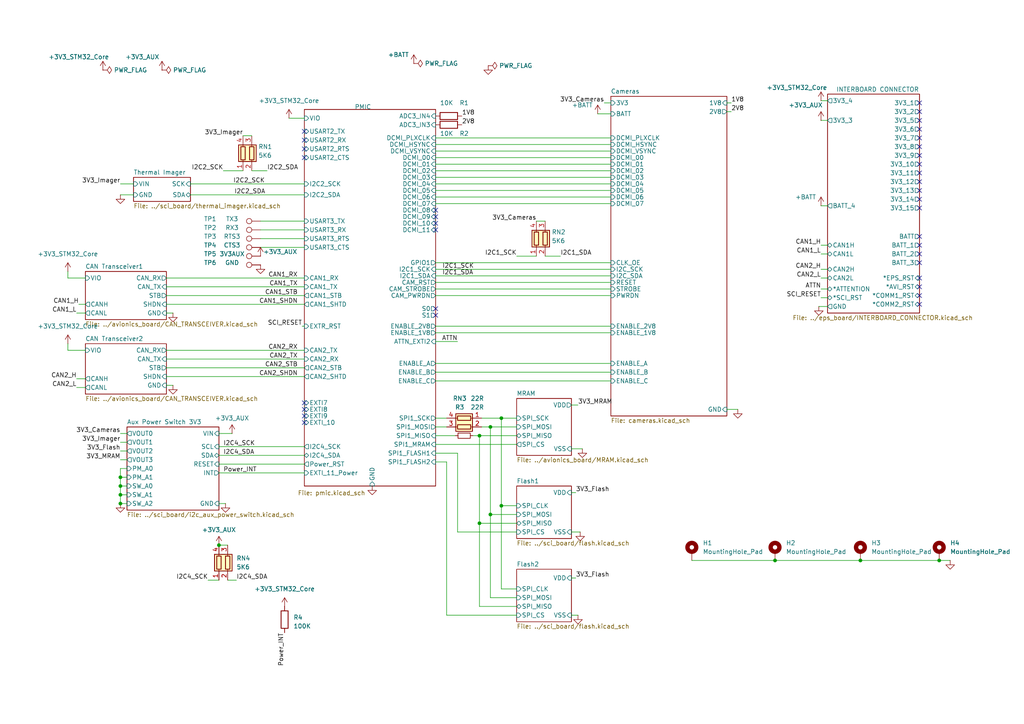
<source format=kicad_sch>
(kicad_sch (version 20250114) (generator "eeschema") (generator_version "9.0")
  (paper "A4")
  (lib_symbols
    (symbol "Connector:TestPoint" (pin_numbers (hide yes)) (pin_names (offset 0.762) (hide yes))
      (property "Reference" "TP" (at 0 6.858 0))
      (property "Value" "TestPoint" (at 0 5.08 0))
      (symbol "TestPoint_0_1"
        (circle (center 0 3.302) (radius 0.762))
      )
      (symbol "TestPoint_1_1"
        (pin passive line (at 0 0 90) (length 2.54) (name "1") (number "1"))
      )
    )
    (symbol "Device:R" (pin_numbers (hide yes)) (pin_names (offset 0))
      (property "Reference" "R" (at 2.032 0 90))
      (property "Value" "R" (at 0 0 90))
      (symbol "R_0_1"
        (rectangle (start -1.016 -2.54) (end 1.016 2.54) (stroke (width 0.254)))
      )
      (symbol "R_1_1"
        (pin passive line (at 0 3.81 270) (length 1.27) (name "~") (number "1"))
        (pin passive line (at 0 -3.81 90) (length 1.27) (name "~") (number "2"))
      )
    )
    (symbol "Device:R_Pack02" (pin_names (offset 0) (hide yes))
      (property "Reference" "RN" (at -5.08 0 90))
      (property "Value" "R_Pack02" (at 2.54 0 90))
      (symbol "R_Pack02_0_1"
        (rectangle (start -3.81 -2.413) (end 1.27 2.413) (stroke (width 0.254)) (fill (type background)))
        (rectangle (start -3.175 1.905) (end -1.905 -1.905) (stroke (width 0.254)))
        (polyline (pts (xy -2.54 1.905) (xy -2.54 2.54)))
        (polyline (pts (xy -2.54 -2.54) (xy -2.54 -1.905)))
        (rectangle (start -0.635 1.905) (end 0.635 -1.905) (stroke (width 0.254)))
        (polyline (pts (xy 0 1.905) (xy 0 2.54)))
        (polyline (pts (xy 0 -2.54) (xy 0 -1.905)))
      )
      (symbol "R_Pack02_1_1"
        (pin passive line (at -2.54 5.08 270) (length 2.54) (name "R1.2") (number "4"))
        (pin passive line (at -2.54 -5.08 90) (length 2.54) (name "R1.1") (number "1"))
        (pin passive line (at 0 5.08 270) (length 2.54) (name "R2.2") (number "3"))
        (pin passive line (at 0 -5.08 90) (length 2.54) (name "R2.1") (number "2"))
      )
    )
    (symbol "Device:R_Small" (pin_numbers (hide yes)) (pin_names (offset 0.254) (hide yes))
      (property "Reference" "R" (at 0 0 90))
      (property "Value" "R_Small" (at 1.778 0 90))
      (symbol "R_Small_0_1"
        (rectangle (start -0.762 1.778) (end 0.762 -1.778) (stroke (width 0.2032)))
      )
      (symbol "R_Small_1_1"
        (pin passive line (at 0 2.54 270) (length 0.762) (name "~") (number "1"))
        (pin passive line (at 0 -2.54 90) (length 0.762) (name "~") (number "2"))
      )
    )
    (symbol "Mechanical:MountingHole_Pad" (pin_numbers (hide yes)) (pin_names (offset 1.016) (hide yes)) (exclude_from_sim yes) (in_bom no)
      (property "Reference" "H" (at 0 6.35 0))
      (property "Value" "MountingHole_Pad" (at 0 4.445 0))
      (symbol "MountingHole_Pad_0_1"
        (circle (center 0 1.27) (radius 1.27) (stroke (width 1.27)))
      )
      (symbol "MountingHole_Pad_1_1"
        (pin input line (at 0 -2.54 90) (length 2.54) (name "1") (number "1"))
      )
    )
    (symbol "power:+3V3" (power) (pin_numbers (hide yes)) (pin_names (offset 0) (hide yes))
      (property "Value" "+3V3" (at 0 3.556 0))
      (symbol "+3V3_0_1"
        (polyline (pts (xy -0.762 1.27) (xy 0 2.54)))
        (polyline (pts (xy 0 2.54) (xy 0.762 1.27)))
        (polyline (pts (xy 0 0) (xy 0 2.54)))
      )
      (symbol "+3V3_1_1"
        (pin power_in line (at 0 0 90) (length 0) (name "~") (number "1"))
      )
    )
    (symbol "power:+BATT" (power) (pin_numbers (hide yes)) (pin_names (offset 0) (hide yes))
      (property "Value" "+BATT" (at 0 3.556 0))
      (symbol "+BATT_0_1"
        (polyline (pts (xy -0.762 1.27) (xy 0 2.54)))
        (polyline (pts (xy 0 2.54) (xy 0.762 1.27)))
        (polyline (pts (xy 0 0) (xy 0 2.54)))
      )
      (symbol "+BATT_1_1"
        (pin power_in line (at 0 0 90) (length 0) (name "~") (number "1"))
      )
    )
    (symbol "power:GND" (power) (pin_numbers (hide yes)) (pin_names (offset 0) (hide yes))
      (property "Value" "GND" (at 0 -3.81 0))
      (symbol "GND_0_1"
        (polyline (pts (xy 0 0) (xy 0 -1.27) (xy 1.27 -1.27) (xy 0 -2.54) (xy -1.27 -1.27) (xy 0 -1.27)))
      )
      (symbol "GND_1_1"
        (pin power_in line (at 0 0 270) (length 0) (name "~") (number "1"))
      )
    )
    (symbol "power:PWR_FLAG" (power) (pin_numbers (hide yes)) (pin_names (offset 0) (hide yes))
      (property "Value" "PWR_FLAG" (at 0 3.81 0))
      (symbol "PWR_FLAG_0_0"
        (pin power_out line (at 0 0 90) (length 0) (name "~") (number "1"))
      )
      (symbol "PWR_FLAG_0_1"
        (polyline (pts (xy 0 0) (xy 0 1.27) (xy -1.016 1.905) (xy 0 2.54) (xy 1.016 1.905) (xy 0 1.27)))
      )
    )
  )
  (junction (at 34.925 138.43))
  (junction (at 145.415 121.285))
  (junction (at 34.925 140.97))
  (junction (at 63.5 158.115))
  (junction (at 272.415 162.56))
  (junction (at 142.24 149.225))
  (junction (at 34.925 146.05))
  (junction (at 249.555 162.56))
  (junction (at 139.065 126.365))
  (junction (at 224.79 162.56))
  (junction (at 142.24 123.825))
  (junction (at 34.925 143.51))
  (junction (at 139.065 151.765))
  (junction (at 145.415 146.685))
  (no_connect (at 88.265 116.84))
  (no_connect (at 266.7 57.785))
  (no_connect (at 266.7 55.245))
  (no_connect (at 126.365 62.865))
  (no_connect (at 88.265 43.18))
  (no_connect (at 266.7 32.385))
  (no_connect (at 266.7 29.845))
  (no_connect (at 266.7 45.085))
  (no_connect (at 266.7 88.265))
  (no_connect (at 126.365 89.535))
  (no_connect (at 88.265 122.555))
  (no_connect (at 266.7 85.725))
  (no_connect (at 266.7 60.325))
  (no_connect (at 266.7 47.625))
  (no_connect (at 266.7 40.005))
  (no_connect (at 266.7 50.165))
  (no_connect (at 126.365 60.96))
  (no_connect (at 266.7 73.66))
  (no_connect (at 266.7 37.465))
  (no_connect (at 266.7 52.705))
  (no_connect (at 266.7 34.925))
  (no_connect (at 266.7 80.645))
  (no_connect (at 126.365 91.44))
  (no_connect (at 88.265 118.745))
  (no_connect (at 126.365 64.77))
  (no_connect (at 88.265 40.64))
  (no_connect (at 266.7 68.58))
  (no_connect (at 126.365 66.675))
  (no_connect (at 266.7 42.545))
  (no_connect (at 266.7 76.2))
  (no_connect (at 266.7 71.12))
  (no_connect (at 88.265 120.65))
  (no_connect (at 88.265 45.72))
  (no_connect (at 88.265 38.1))
  (no_connect (at 266.7 83.185))
  (wire (pts (xy 139.065 175.895) (xy 149.86 175.895)))
  (wire (pts (xy 238.125 73.66) (xy 240.03 73.66)))
  (wire (pts (xy 60.325 168.275) (xy 63.5 168.275)))
  (wire (pts (xy 34.925 138.43) (xy 36.83 138.43)))
  (wire (pts (xy 167.005 142.875) (xy 165.735 142.875)))
  (wire (pts (xy 129.54 178.435) (xy 149.86 178.435)))
  (wire (pts (xy 238.125 83.82) (xy 240.03 83.82)))
  (wire (pts (xy 213.995 118.745) (xy 210.82 118.745)))
  (wire (pts (xy 22.225 112.395) (xy 24.765 112.395)))
  (wire (pts (xy 63.5 134.62) (xy 88.265 134.62)))
  (wire (pts (xy 142.24 173.355) (xy 149.86 173.355)))
  (wire (pts (xy 126.365 81.915) (xy 177.165 81.915)))
  (wire (pts (xy 149.86 74.295) (xy 155.575 74.295)))
  (wire (pts (xy 34.925 138.43) (xy 34.925 140.97)))
  (wire (pts (xy 22.225 109.855) (xy 24.765 109.855)))
  (wire (pts (xy 126.365 131.445) (xy 132.715 131.445)))
  (wire (pts (xy 142.24 123.825) (xy 149.86 123.825)))
  (wire (pts (xy 145.415 121.285) (xy 145.415 146.685)))
  (wire (pts (xy 50.165 111.76) (xy 48.26 111.76)))
  (wire (pts (xy 48.26 80.645) (xy 88.265 80.645)))
  (wire (pts (xy 126.365 123.825) (xy 129.54 123.825)))
  (wire (pts (xy 48.26 83.185) (xy 88.265 83.185)))
  (wire (pts (xy 167.64 178.435) (xy 165.735 178.435)))
  (wire (pts (xy 173.355 33.02) (xy 177.165 33.02)))
  (wire (pts (xy 126.365 49.53) (xy 177.165 49.53)))
  (wire (pts (xy 67.31 125.73) (xy 63.5 125.73)))
  (wire (pts (xy 145.415 146.685) (xy 149.86 146.685)))
  (wire (pts (xy 237.49 88.9) (xy 240.03 88.9)))
  (wire (pts (xy 126.365 45.72) (xy 177.165 45.72)))
  (wire (pts (xy 48.26 106.68) (xy 88.265 106.68)))
  (wire (pts (xy 126.365 51.435) (xy 177.165 51.435)))
  (wire (pts (xy 126.365 78.105) (xy 177.165 78.105)))
  (wire (pts (xy 139.065 126.365) (xy 149.86 126.365)))
  (wire (pts (xy 75.565 69.215) (xy 88.265 69.215)))
  (wire (pts (xy 55.245 56.515) (xy 88.265 56.515)))
  (wire (pts (xy 167.64 117.475) (xy 165.735 117.475)))
  (wire (pts (xy 165.735 167.64) (xy 167.005 167.64)))
  (wire (pts (xy 22.86 88.265) (xy 24.765 88.265)))
  (wire (pts (xy 132.715 131.445) (xy 132.715 154.305)))
  (wire (pts (xy 175.26 29.845) (xy 177.165 29.845)))
  (wire (pts (xy 126.365 128.905) (xy 149.86 128.905)))
  (wire (pts (xy 168.91 130.175) (xy 165.735 130.175)))
  (wire (pts (xy 137.16 126.365) (xy 139.065 126.365)))
  (wire (pts (xy 126.365 80.01) (xy 177.165 80.01)))
  (wire (pts (xy 64.77 49.53) (xy 70.485 49.53)))
  (wire (pts (xy 77.47 49.53) (xy 73.025 49.53)))
  (wire (pts (xy 126.365 105.41) (xy 177.165 105.41)))
  (wire (pts (xy 139.065 175.895) (xy 139.065 151.765)))
  (wire (pts (xy 48.26 109.22) (xy 88.265 109.22)))
  (wire (pts (xy 63.5 129.54) (xy 88.265 129.54)))
  (wire (pts (xy 75.565 71.755) (xy 88.265 71.755)))
  (wire (pts (xy 126.365 59.055) (xy 177.165 59.055)))
  (wire (pts (xy 132.715 99.06) (xy 126.365 99.06)))
  (wire (pts (xy 145.415 170.815) (xy 149.86 170.815)))
  (wire (pts (xy 126.365 96.52) (xy 177.165 96.52)))
  (wire (pts (xy 139.7 121.285) (xy 145.415 121.285)))
  (wire (pts (xy 238.125 29.21) (xy 240.03 29.21)))
  (wire (pts (xy 48.26 104.14) (xy 88.265 104.14)))
  (wire (pts (xy 34.925 143.51) (xy 36.83 143.51)))
  (wire (pts (xy 126.365 57.15) (xy 177.165 57.15)))
  (wire (pts (xy 238.125 59.69) (xy 240.03 59.69)))
  (wire (pts (xy 34.925 140.97) (xy 34.925 143.51)))
  (wire (pts (xy 126.365 121.285) (xy 129.54 121.285)))
  (wire (pts (xy 55.245 53.34) (xy 88.265 53.34)))
  (wire (pts (xy 126.365 94.615) (xy 177.165 94.615)))
  (wire (pts (xy 126.365 83.82) (xy 177.165 83.82)))
  (wire (pts (xy 142.24 149.225) (xy 149.86 149.225)))
  (wire (pts (xy 36.83 135.89) (xy 34.925 135.89)))
  (wire (pts (xy 132.715 154.305) (xy 149.86 154.305)))
  (wire (pts (xy 126.365 110.49) (xy 177.165 110.49)))
  (wire (pts (xy 19.685 101.6) (xy 19.685 99.695)))
  (wire (pts (xy 126.365 47.625) (xy 177.165 47.625)))
  (wire (pts (xy 70.485 39.37) (xy 73.025 39.37)))
  (wire (pts (xy 48.26 88.265) (xy 88.265 88.265)))
  (wire (pts (xy 162.56 74.295) (xy 158.115 74.295)))
  (wire (pts (xy 275.59 162.56) (xy 272.415 162.56)))
  (wire (pts (xy 212.09 29.845) (xy 210.82 29.845)))
  (wire (pts (xy 126.365 41.91) (xy 177.165 41.91)))
  (wire (pts (xy 34.925 128.27) (xy 36.83 128.27)))
  (wire (pts (xy 19.685 101.6) (xy 24.765 101.6)))
  (wire (pts (xy 75.565 64.135) (xy 88.265 64.135)))
  (wire (pts (xy 126.365 76.2) (xy 177.165 76.2)))
  (wire (pts (xy 63.5 137.16) (xy 88.265 137.16)))
  (wire (pts (xy 34.925 130.81) (xy 36.83 130.81)))
  (wire (pts (xy 83.82 34.29) (xy 88.265 34.29)))
  (wire (pts (xy 19.685 80.645) (xy 24.765 80.645)))
  (wire (pts (xy 238.125 71.12) (xy 240.03 71.12)))
  (wire (pts (xy 129.54 133.985) (xy 129.54 178.435)))
  (wire (pts (xy 238.125 86.36) (xy 240.03 86.36)))
  (wire (pts (xy 19.685 80.645) (xy 19.685 78.74)))
  (wire (pts (xy 63.5 158.115) (xy 66.04 158.115)))
  (wire (pts (xy 238.125 34.925) (xy 240.03 34.925)))
  (wire (pts (xy 126.365 107.95) (xy 177.165 107.95)))
  (wire (pts (xy 142.24 123.825) (xy 142.24 149.225)))
  (wire (pts (xy 212.09 32.385) (xy 210.82 32.385)))
  (wire (pts (xy 139.065 151.765) (xy 149.86 151.765)))
  (wire (pts (xy 48.26 101.6) (xy 88.265 101.6)))
  (wire (pts (xy 155.575 64.135) (xy 158.115 64.135)))
  (wire (pts (xy 238.125 78.105) (xy 240.03 78.105)))
  (wire (pts (xy 139.065 126.365) (xy 139.065 151.765)))
  (wire (pts (xy 139.7 123.825) (xy 142.24 123.825)))
  (wire (pts (xy 224.79 162.56) (xy 249.555 162.56)))
  (wire (pts (xy 34.925 53.34) (xy 38.735 53.34)))
  (wire (pts (xy 34.925 140.97) (xy 36.83 140.97)))
  (wire (pts (xy 34.925 125.73) (xy 36.83 125.73)))
  (wire (pts (xy 126.365 53.34) (xy 177.165 53.34)))
  (wire (pts (xy 63.5 132.08) (xy 88.265 132.08)))
  (wire (pts (xy 34.925 146.05) (xy 36.83 146.05)))
  (wire (pts (xy 145.415 146.685) (xy 145.415 170.815)))
  (wire (pts (xy 50.165 90.805) (xy 48.26 90.805)))
  (wire (pts (xy 68.58 168.275) (xy 66.04 168.275)))
  (wire (pts (xy 38.735 56.515) (xy 34.925 56.515)))
  (wire (pts (xy 126.365 43.815) (xy 177.165 43.815)))
  (wire (pts (xy 34.925 133.35) (xy 36.83 133.35)))
  (wire (pts (xy 65.405 146.05) (xy 63.5 146.05)))
  (wire (pts (xy 48.26 85.725) (xy 88.265 85.725)))
  (wire (pts (xy 142.24 173.355) (xy 142.24 149.225)))
  (wire (pts (xy 168.275 154.305) (xy 165.735 154.305)))
  (wire (pts (xy 200.66 162.56) (xy 224.79 162.56)))
  (wire (pts (xy 22.225 90.805) (xy 24.765 90.805)))
  (wire (pts (xy 87.63 94.615) (xy 88.265 94.615)))
  (wire (pts (xy 75.565 66.675) (xy 88.265 66.675)))
  (wire (pts (xy 126.365 133.985) (xy 129.54 133.985)))
  (wire (pts (xy 34.925 135.89) (xy 34.925 138.43)))
  (wire (pts (xy 126.365 85.725) (xy 177.165 85.725)))
  (wire (pts (xy 126.365 126.365) (xy 132.08 126.365)))
  (wire (pts (xy 126.365 40.005) (xy 177.165 40.005)))
  (wire (pts (xy 238.125 80.645) (xy 240.03 80.645)))
  (wire (pts (xy 249.555 162.56) (xy 272.415 162.56)))
  (wire (pts (xy 126.365 55.245) (xy 177.165 55.245)))
  (wire (pts (xy 145.415 121.285) (xy 149.86 121.285)))
  (wire (pts (xy 34.925 146.05) (xy 34.925 143.51)))
  (label "3V3_MRAM" (at 34.925 133.35 180))
  (label "I2C2_SCK" (at 76.835 53.34 180))
  (label "3V3_Cameras" (at 155.575 64.135 180))
  (label "CAN2_SHDN" (at 86.36 109.22 180))
  (label "CAN1_H" (at 238.125 71.12 180))
  (label "I2C4_SCK" (at 60.325 168.275 180))
  (label "CAN2_L" (at 238.125 80.645 180))
  (label "CAN1_STB" (at 86.36 85.725 180))
  (label "CAN1_RX" (at 86.36 80.645 180))
  (label "3V3_MRAM" (at 167.64 117.475 0))
  (label "2V8" (at 133.985 36.195 0))
  (label "CAN1_L" (at 238.125 73.66 180))
  (label "I2C4_SDA" (at 68.58 168.275 0))
  (label "3V3_Cameras" (at 175.26 29.845 180))
  (label "2V8" (at 212.09 32.385 0))
  (label "3V3_Flash" (at 167.005 167.64 0))
  (label "CAN1_H" (at 22.86 88.265 180))
  (label "I2C4_SDA" (at 64.77 132.08 0))
  (label "ATTN" (at 132.715 99.06 180))
  (label "CAN2_TX" (at 86.36 104.14 180))
  (label "I2C4_SCK" (at 64.77 129.54 0))
  (label "I2C2_SDA" (at 67.945 56.515 0))
  (label "CAN2_STB" (at 86.36 106.68 180))
  (label "CAN1_L" (at 22.225 90.805 180))
  (label "CAN1_SHDN" (at 86.36 88.265 180))
  (label "1V8" (at 133.985 33.655 0))
  (label "Power_INT" (at 64.77 137.16 0))
  (label "3V3_Cameras" (at 34.925 125.73 180))
  (label "CAN2_L" (at 22.225 112.395 180))
  (label "I2C1_SDA" (at 162.56 74.295 0))
  (label "CAN2_H" (at 238.125 78.105 180))
  (label "ATTN" (at 238.125 83.82 180))
  (label "1V8" (at 212.09 29.845 0))
  (label "Power_INT" (at 82.55 183.515 270))
  (label "I2C1_SDA" (at 128.27 80.01 0))
  (label "CAN1_TX" (at 86.36 83.185 180))
  (label "SCI_RESET" (at 87.63 94.615 180))
  (label "3V3_Flash" (at 167.005 142.875 0))
  (label "I2C1_SCK" (at 128.27 78.105 0))
  (label "I2C1_SCK" (at 149.86 74.295 180))
  (label "SCI_RESET" (at 238.125 86.36 180))
  (label "CAN2_RX" (at 86.36 101.6 180))
  (label "I2C2_SCK" (at 64.77 49.53 180))
  (label "3V3_Imager" (at 34.925 128.27 180))
  (label "3V3_Imager" (at 34.925 53.34 180))
  (label "3V3_Imager" (at 70.485 39.37 180))
  (label "CAN2_H" (at 22.225 109.855 180))
  (label "3V3_Flash" (at 34.925 130.81 180))
  (label "I2C2_SDA" (at 77.47 49.53 0))
  (symbol (lib_id "power:+3V3") (at 29.845 20.32 0) (unit 1)
    (property "Reference" "#PWR03" (effects (hide yes)))
    (property "Value" "+3V3_STM32_Core" (at 22.86 16.51 0))
    (property "Description" "Power symbol creates a global label with name \"+3V3\"" (effects (hide yes)))
  )
  (symbol (lib_id "Connector:TestPoint") (at 75.565 64.135 90) (unit 1) (in_bom no)
    (property "Reference" "TP1" (at 60.96 63.5 90))
    (property "Value" "TX3" (at 67.31 63.5 90))
    (property "Footprint" "TestPoint:TestPoint_Pad_1.5x1.5mm" (effects (hide yes)))
    (property "Description" "test point" (effects (hide yes)))
  )
  (symbol (lib_id "Device:R") (at 82.55 179.705 0) (unit 1)
    (property "Reference" "R4" (at 85.09 179.07 0) (effects (justify left)))
    (property "Value" "100K" (at 85.09 181.61 0) (effects (justify left)))
    (property "Footprint" "Resistor_SMD:R_0402_1005Metric_Pad0.72x0.64mm_HandSolder" (effects (hide yes)))
    (property "Datasheet" "https://www.yageo.com/upload/media/product/app/datasheet/rchip/pyu-rt_1-to-0.01_rohs_l.pdf" (effects (hide yes)))
    (property "Description" "Resistor" (effects (hide yes)))
    (property "Note" "pullup/pulldown" (effects (hide yes)))
    (property "Tolerance" "1" (effects (hide yes)))
    (property "Manufacturer" "YAGEO" (effects (hide yes)))
    (property "Part Number" "RC0402FR-07100KL" (effects (hide yes)))
  )
  (symbol (lib_id "Device:R_Pack02") (at 66.04 163.195 0) (unit 1)
    (property "Reference" "RN4" (at 68.58 161.9249 0) (effects (justify left)))
    (property "Value" "5K6" (at 68.58 164.4649 0) (effects (justify left)))
    (property "Footprint" "Resistor_SMD:R_Array_Convex_2x0402" (effects (hide yes)))
    (property "Datasheet" "https://industrial.panasonic.com/cdbs/www-data/pdf/AOC0000/AOC0000C14.pdf" (effects (hide yes)))
    (property "Description" "2 resistor network, parallel topology" (effects (hide yes)))
    (property "Manufacturer" "Panasonic" (effects (hide yes)))
    (property "Part Number" "EXB-24V562JX" (effects (hide yes)))
    (property "Tolerance" "5" (effects (hide yes)))
  )
  (symbol (lib_id "power:+BATT") (at 173.355 33.02 0) (unit 1)
    (property "Reference" "#PWR06" (effects (hide yes)))
    (property "Value" "+BATT" (at 168.91 30.48 0))
    (property "Description" "Power symbol creates a global label with name \"+BATT\"" (effects (hide yes)))
  )
  (symbol (lib_id "Mechanical:MountingHole_Pad") (at 272.415 160.02 0) (unit 1) (in_bom no)
    (property "Reference" "H4" (at 275.59 157.4799 0) (effects (justify left)))
    (property "Value" "MountingHole_Pad" (at 275.59 160.0199 0) (effects (justify left)))
    (property "Footprint" "Common:MountingHole_4.3mm_M4_Pad_Via_Custom" (effects (hide yes)))
    (property "Description" "Mounting Hole with connection" (effects (hide yes)))
  )
  (symbol (lib_id "power:+3V3") (at 238.125 34.925 0) (unit 1)
    (property "Reference" "#PWR08" (effects (hide yes)))
    (property "Value" "+3V3_AUX" (at 233.68 30.48 0))
    (property "Description" "Power symbol creates a global label with name \"+3V3\"" (effects (hide yes)))
  )
  (symbol (lib_id "power:+3V3") (at 19.685 99.695 0) (unit 1)
    (property "Reference" "#PWR016" (effects (hide yes)))
    (property "Value" "+3V3_STM32_Core" (at 19.685 94.615 0))
    (property "Description" "Power symbol creates a global label with name \"+3V3\"" (effects (hide yes)))
  )
  (symbol (lib_id "Mechanical:MountingHole_Pad") (at 224.79 160.02 0) (unit 1) (in_bom no)
    (property "Reference" "H2" (at 227.965 157.4799 0) (effects (justify left)))
    (property "Value" "MountingHole_Pad" (at 227.965 160.0199 0) (effects (justify left)))
    (property "Footprint" "Common:MountingHole_4.3mm_M4_Pad_Via_Custom" (effects (hide yes)))
    (property "Description" "Mounting Hole with connection" (effects (hide yes)))
  )
  (symbol (lib_id "power:GND") (at 167.64 178.435 0) (unit 1)
    (property "Reference" "#PWR028" (effects (hide yes)))
    (property "Value" "GND" (effects (hide yes)))
    (property "Description" "Power symbol creates a global label with name \"GND\" , ground" (effects (hide yes)))
  )
  (symbol (lib_id "power:GND") (at 213.995 118.745 0) (unit 1)
    (property "Reference" "#PWR018" (effects (hide yes)))
    (property "Value" "GND" (effects (hide yes)))
    (property "Description" "Power symbol creates a global label with name \"GND\" , ground" (effects (hide yes)))
  )
  (symbol (lib_id "Mechanical:MountingHole_Pad") (at 249.555 160.02 0) (unit 1) (in_bom no)
    (property "Reference" "H3" (at 252.73 157.4799 0) (effects (justify left)))
    (property "Value" "MountingHole_Pad" (at 252.73 160.0199 0) (effects (justify left)))
    (property "Footprint" "Common:MountingHole_4.3mm_M4_Pad_Via_Custom" (effects (hide yes)))
    (property "Description" "Mounting Hole with connection" (effects (hide yes)))
  )
  (symbol (lib_id "Device:R_Pack02") (at 134.62 123.825 90) (mirror x) (unit 1)
    (property "Reference" "RN3" (at 133.35 115.57 90))
    (property "Value" "22R" (at 138.43 115.57 90))
    (property "Footprint" "Resistor_SMD:R_Array_Convex_2x0402" (effects (hide yes)))
    (property "Datasheet" "https://industrial.panasonic.com/cdbs/www-data/pdf/AOC0000/AOC0000C14.pdf" (effects (hide yes)))
    (property "Description" "2 resistor network, parallel topology" (effects (hide yes)))
    (property "Manufacturer" "Panasonic" (effects (hide yes)))
    (property "Part Number" "EXB-24V220JX" (effects (hide yes)))
    (property "Tolerance" "5" (effects (hide yes)))
  )
  (symbol (lib_id "power:+3V3") (at 67.31 125.73 0) (unit 1)
    (property "Reference" "#PWR019" (effects (hide yes)))
    (property "Value" "+3V3_AUX" (at 67.31 121.285 0))
    (property "Description" "Power symbol creates a global label with name \"+3V3\"" (effects (hide yes)))
  )
  (symbol (lib_id "power:+3V3") (at 82.55 175.895 0) (unit 1)
    (property "Reference" "#PWR027" (effects (hide yes)))
    (property "Value" "+3V3_STM32_Core" (at 82.55 170.815 0))
    (property "Description" "Power symbol creates a global label with name \"+3V3\"" (effects (hide yes)))
  )
  (symbol (lib_id "Device:R") (at 130.175 33.655 90) (unit 1)
    (property "Reference" "R1" (at 134.62 29.845 90))
    (property "Value" "10K" (at 129.54 29.845 90))
    (property "Footprint" "Resistor_SMD:R_0402_1005Metric_Pad0.72x0.64mm_HandSolder" (effects (hide yes)))
    (property "Datasheet" "https://www.yageo.com/upload/media/product/products/datasheet/rchip/PYu-RC_Group_51_RoHS_L_12.pdf" (effects (hide yes)))
    (property "Description" "Resistor" (effects (hide yes)))
    (property "Tolerance" "1" (effects (hide yes)))
    (property "Note" "current limiter" (effects (hide yes)))
    (property "Manufacturer" "YAGEO" (effects (hide yes)))
    (property "Part Number" "RC0402FR-0710KL" (effects (hide yes)))
  )
  (symbol (lib_id "power:PWR_FLAG") (at 46.99 20.32 270) (unit 1) (in_bom no)
    (property "Reference" "#FLG04" (effects (hide yes)))
    (property "Value" "PWR_FLAG" (at 50.165 20.3199 90) (effects (justify left)))
    (property "Description" "Special symbol for telling ERC where power comes from" (effects (hide yes)))
  )
  (symbol (lib_id "power:GND") (at 141.605 19.05 0) (mirror y) (unit 1)
    (property "Reference" "#PWR02" (effects (hide yes)))
    (property "Value" "GND" (effects (hide yes)))
    (property "Description" "Power symbol creates a global label with name \"GND\" , ground" (effects (hide yes)))
  )
  (symbol (lib_id "Connector:TestPoint") (at 75.565 69.215 90) (unit 1) (in_bom no)
    (property "Reference" "TP3" (at 60.96 68.58 90))
    (property "Value" "RTS3" (at 67.31 68.58 90))
    (property "Footprint" "TestPoint:TestPoint_Pad_1.5x1.5mm" (effects (hide yes)))
    (property "Description" "test point" (effects (hide yes)))
  )
  (symbol (lib_id "power:PWR_FLAG") (at 141.605 19.05 270) (unit 1)
    (property "Reference" "#FLG02" (effects (hide yes)))
    (property "Value" "PWR_FLAG" (at 144.78 19.0499 90) (effects (justify left)))
    (property "Description" "Special symbol for telling ERC where power comes from" (effects (hide yes)))
  )
  (symbol (lib_id "power:GND") (at 34.925 56.515 0) (mirror y) (unit 1)
    (property "Reference" "#PWR09" (effects (hide yes)))
    (property "Value" "GND" (effects (hide yes)))
    (property "Description" "Power symbol creates a global label with name \"GND\" , ground" (effects (hide yes)))
  )
  (symbol (lib_id "power:GND") (at 107.95 140.97 0) (unit 1)
    (property "Reference" "#PWR021" (effects (hide yes)))
    (property "Value" "GND" (effects (hide yes)))
    (property "Description" "Power symbol creates a global label with name \"GND\" , ground" (effects (hide yes)))
  )
  (symbol (lib_id "Connector:TestPoint") (at 75.565 71.755 90) (unit 1) (in_bom no)
    (property "Reference" "TP4" (at 60.96 71.12 90))
    (property "Value" "CTS3" (at 67.31 71.12 90))
    (property "Footprint" "TestPoint:TestPoint_Pad_1.5x1.5mm" (effects (hide yes)))
    (property "Description" "test point" (effects (hide yes)))
  )
  (symbol (lib_id "power:+3V3") (at 75.565 74.295 0) (unit 1)
    (property "Reference" "#PWR011" (effects (hide yes)))
    (property "Value" "+3V3_AUX" (at 81.28 73.025 0))
    (property "Description" "Power symbol creates a global label with name \"+3V3\"" (effects (hide yes)))
  )
  (symbol (lib_id "Connector:TestPoint") (at 75.565 66.675 90) (unit 1) (in_bom no)
    (property "Reference" "TP2" (at 60.96 66.04 90))
    (property "Value" "RX3" (at 67.31 66.04 90))
    (property "Footprint" "TestPoint:TestPoint_Pad_1.5x1.5mm" (effects (hide yes)))
    (property "Description" "test point" (effects (hide yes)))
  )
  (symbol (lib_id "Device:R_Small") (at 134.62 126.365 90) (unit 1)
    (property "Reference" "R3" (at 133.35 118.11 90))
    (property "Value" "22R" (at 138.43 118.11 90))
    (property "Footprint" "Resistor_SMD:R_0402_1005Metric_Pad0.72x0.64mm_HandSolder" (effects (hide yes)))
    (property "Datasheet" "https://www.yageo.com/upload/media/product/app/datasheet/rchip/pyu-rt_1-to-0.01_rohs_l.pdf" (effects (hide yes)))
    (property "Description" "Resistor, small symbol" (effects (hide yes)))
    (property "Tolerance" "1" (effects (hide yes)))
    (property "Note" "SPI" (effects (hide yes)))
    (property "Manufacturer" "YAGEO" (effects (hide yes)))
    (property "Part Number" "RC0402FR-0722RL" (effects (hide yes)))
  )
  (symbol (lib_id "Mechanical:MountingHole_Pad") (at 200.66 160.02 0) (unit 1) (in_bom no)
    (property "Reference" "H1" (at 203.835 157.4799 0) (effects (justify left)))
    (property "Value" "MountingHole_Pad" (at 203.835 160.0199 0) (effects (justify left)))
    (property "Footprint" "Common:MountingHole_4.3mm_M4_Pad_Via_Custom" (effects (hide yes)))
    (property "Description" "Mounting Hole with connection" (effects (hide yes)))
  )
  (symbol (lib_id "power:GND") (at 65.405 146.05 0) (unit 1)
    (property "Reference" "#PWR023" (effects (hide yes)))
    (property "Value" "GND" (effects (hide yes)))
    (property "Description" "Power symbol creates a global label with name \"GND\" , ground" (effects (hide yes)))
  )
  (symbol (lib_id "power:PWR_FLAG") (at 29.845 20.32 270) (unit 1) (in_bom no)
    (property "Reference" "#FLG03" (effects (hide yes)))
    (property "Value" "PWR_FLAG" (at 33.02 20.3199 90) (effects (justify left)))
    (property "Description" "Special symbol for telling ERC where power comes from" (effects (hide yes)))
  )
  (symbol (lib_id "power:GND") (at 75.565 76.835 0) (unit 1)
    (property "Reference" "#PWR012" (effects (hide yes)))
    (property "Value" "GND" (effects (hide yes)))
    (property "Description" "Power symbol creates a global label with name \"GND\" , ground" (effects (hide yes)))
  )
  (symbol (lib_id "power:GND") (at 50.165 111.76 0) (unit 1)
    (property "Reference" "#PWR017" (effects (hide yes)))
    (property "Value" "GND" (effects (hide yes)))
    (property "Description" "Power symbol creates a global label with name \"GND\" , ground" (effects (hide yes)))
  )
  (symbol (lib_id "power:GND") (at 168.91 130.175 0) (unit 1)
    (property "Reference" "#PWR020" (effects (hide yes)))
    (property "Value" "GND" (effects (hide yes)))
    (property "Description" "Power symbol creates a global label with name \"GND\" , ground" (effects (hide yes)))
  )
  (symbol (lib_id "power:GND") (at 50.165 90.805 0) (unit 1)
    (property "Reference" "#PWR015" (effects (hide yes)))
    (property "Value" "GND" (effects (hide yes)))
    (property "Description" "Power symbol creates a global label with name \"GND\" , ground" (effects (hide yes)))
  )
  (symbol (lib_id "power:GND") (at 275.59 162.56 0) (unit 1)
    (property "Reference" "#PWR026" (effects (hide yes)))
    (property "Value" "GND" (effects (hide yes)))
    (property "Description" "Power symbol creates a global label with name \"GND\" , ground" (effects (hide yes)))
  )
  (symbol (lib_id "power:GND") (at 34.925 146.05 0) (unit 1)
    (property "Reference" "#PWR022" (effects (hide yes)))
    (property "Value" "GND" (effects (hide yes)))
    (property "Description" "Power symbol creates a global label with name \"GND\" , ground" (effects (hide yes)))
  )
  (symbol (lib_id "Device:R_Pack02") (at 73.025 44.45 0) (unit 1)
    (property "Reference" "RN1" (at 74.93 42.545 0) (effects (justify left)))
    (property "Value" "5K6" (at 74.93 45.085 0) (effects (justify left)))
    (property "Footprint" "Resistor_SMD:R_Array_Convex_2x0402" (effects (hide yes)))
    (property "Datasheet" "https://industrial.panasonic.com/cdbs/www-data/pdf/AOC0000/AOC0000C14.pdf" (effects (hide yes)))
    (property "Description" "2 resistor network, parallel topology" (effects (hide yes)))
    (property "Manufacturer" "Panasonic" (effects (hide yes)))
    (property "Part Number" "EXB-24V562JX" (effects (hide yes)))
    (property "Tolerance" "5" (effects (hide yes)))
  )
  (symbol (lib_id "power:GND") (at 168.275 154.305 0) (unit 1)
    (property "Reference" "#PWR024" (effects (hide yes)))
    (property "Value" "GND" (effects (hide yes)))
    (property "Description" "Power symbol creates a global label with name \"GND\" , ground" (effects (hide yes)))
  )
  (symbol (lib_id "power:PWR_FLAG") (at 120.015 18.415 270) (unit 1) (in_bom no)
    (property "Reference" "#FLG01" (effects (hide yes)))
    (property "Value" "PWR_FLAG" (at 123.19 18.4149 90) (effects (justify left)))
    (property "Description" "Special symbol for telling ERC where power comes from" (effects (hide yes)))
  )
  (symbol (lib_id "power:GND") (at 237.49 88.9 0) (unit 1)
    (property "Reference" "#PWR014" (effects (hide yes)))
    (property "Value" "GND" (effects (hide yes)))
    (property "Description" "Power symbol creates a global label with name \"GND\" , ground" (effects (hide yes)))
  )
  (symbol (lib_id "power:+3V3") (at 238.125 29.21 0) (unit 1)
    (property "Reference" "#PWR05" (effects (hide yes)))
    (property "Value" "+3V3_STM32_Core" (at 231.14 25.4 0))
    (property "Description" "Power symbol creates a global label with name \"+3V3\"" (effects (hide yes)))
  )
  (symbol (lib_id "power:+3V3") (at 46.99 20.32 0) (unit 1)
    (property "Reference" "#PWR04" (effects (hide yes)))
    (property "Value" "+3V3_AUX" (at 41.275 16.51 0))
    (property "Description" "Power symbol creates a global label with name \"+3V3\"" (effects (hide yes)))
  )
  (symbol (lib_id "Device:R") (at 130.175 36.195 90) (unit 1)
    (property "Reference" "R2" (at 134.62 38.735 90))
    (property "Value" "10K" (at 129.54 38.735 90))
    (property "Footprint" "Resistor_SMD:R_0402_1005Metric_Pad0.72x0.64mm_HandSolder" (effects (hide yes)))
    (property "Datasheet" "https://www.yageo.com/upload/media/product/products/datasheet/rchip/PYu-RC_Group_51_RoHS_L_12.pdf" (effects (hide yes)))
    (property "Description" "Resistor" (effects (hide yes)))
    (property "Tolerance" "1" (effects (hide yes)))
    (property "Note" "current limiter" (effects (hide yes)))
    (property "Manufacturer" "YAGEO" (effects (hide yes)))
    (property "Part Number" "RC0402FR-0710KL" (effects (hide yes)))
  )
  (symbol (lib_id "power:+BATT") (at 120.015 18.415 0) (unit 1)
    (property "Reference" "#PWR01" (effects (hide yes)))
    (property "Value" "+BATT" (at 115.57 15.875 0))
    (property "Description" "Power symbol creates a global label with name \"+BATT\"" (effects (hide yes)))
  )
  (symbol (lib_id "power:+BATT") (at 238.125 59.69 0) (unit 1)
    (property "Reference" "#PWR010" (effects (hide yes)))
    (property "Value" "+BATT" (at 233.68 57.15 0))
    (property "Description" "Power symbol creates a global label with name \"+BATT\"" (effects (hide yes)))
  )
  (symbol (lib_id "Connector:TestPoint") (at 75.565 76.835 90) (unit 1) (in_bom no)
    (property "Reference" "TP6" (at 60.96 76.2 90))
    (property "Value" "GND" (at 67.31 76.2 90))
    (property "Footprint" "TestPoint:TestPoint_Pad_1.5x1.5mm" (effects (hide yes)))
    (property "Description" "test point" (effects (hide yes)))
  )
  (symbol (lib_id "Device:R_Pack02") (at 158.115 69.215 0) (unit 1)
    (property "Reference" "RN2" (at 160.02 67.31 0) (effects (justify left)))
    (property "Value" "5K6" (at 160.02 69.85 0) (effects (justify left)))
    (property "Footprint" "Resistor_SMD:R_Array_Convex_2x0402" (effects (hide yes)))
    (property "Datasheet" "https://industrial.panasonic.com/cdbs/www-data/pdf/AOC0000/AOC0000C14.pdf" (effects (hide yes)))
    (property "Description" "2 resistor network, parallel topology" (effects (hide yes)))
    (property "Manufacturer" "Panasonic" (effects (hide yes)))
    (property "Part Number" "EXB-24V562JX" (effects (hide yes)))
    (property "Tolerance" "5" (effects (hide yes)))
  )
  (symbol (lib_id "power:+3V3") (at 19.685 78.74 0) (unit 1)
    (property "Reference" "#PWR013" (effects (hide yes)))
    (property "Value" "+3V3_STM32_Core" (at 19.685 73.66 0))
    (property "Description" "Power symbol creates a global label with name \"+3V3\"" (effects (hide yes)))
  )
  (symbol (lib_id "power:+3V3") (at 63.5 158.115 0) (unit 1)
    (property "Reference" "#PWR025" (effects (hide yes)))
    (property "Value" "+3V3_AUX" (at 63.5 153.67 0))
    (property "Description" "Power symbol creates a global label with name \"+3V3\"" (effects (hide yes)))
  )
  (symbol (lib_id "power:+3V3") (at 83.82 34.29 0) (unit 1)
    (property "Reference" "#PWR07" (effects (hide yes)))
    (property "Value" "+3V3_STM32_Core" (at 83.82 29.21 0))
    (property "Description" "Power symbol creates a global label with name \"+3V3\"" (effects (hide yes)))
  )
  (symbol (lib_id "Connector:TestPoint") (at 75.565 74.295 90) (unit 1) (in_bom no)
    (property "Reference" "TP5" (at 60.96 73.66 90))
    (property "Value" "3V3AUX" (at 67.31 73.66 90))
    (property "Footprint" "TestPoint:TestPoint_Pad_1.5x1.5mm" (effects (hide yes)))
    (property "Description" "test point" (effects (hide yes)))
  )
  (sheet (at 24.765 78.74) (size 23.495 13.97) (stroke (width 0.1524))
    (property "Sheetname" "CAN Transceiver1" (at 24.765 78.0284 0) (effects (justify left bottom)))
    (property "Sheetfile" "../avionics_board/CAN_TRANSCEIVER.kicad_sch" (at 24.765 93.2946 0) (effects (justify left top)))
    (pin "CAN_RX" output (at 48.26 80.645 0))
    (pin "CAN_TX" input (at 48.26 83.185 0))
    (pin "VIO" input (at 24.765 80.645 180))
    (pin "GND" input (at 48.26 90.805 0))
    (pin "CANL" output (at 24.765 90.805 180))
    (pin "CANH" output (at 24.765 88.265 180))
    (pin "SHDN" input (at 48.26 88.265 0))
    (pin "STB" output (at 48.26 85.725 0))
  )
  (sheet (at 149.86 165.1) (size 15.875 15.24) (stroke (width 0.1524))
    (property "Sheetname" "Flash2" (at 149.86 164.3884 0) (effects (justify left bottom)))
    (property "Sheetfile" "../sci_board/flash.kicad_sch" (at 149.86 180.9246 0) (effects (justify left top)))
    (pin "VDD" input (at 165.735 167.64 0))
    (pin "VSS" input (at 165.735 178.435 0))
    (pin "SPI_CLK" input (at 149.86 170.815 180))
    (pin "SPI_MOSI" input (at 149.86 173.355 180))
    (pin "SPI_CS" input (at 149.86 178.435 180))
    (pin "SPI_MISO" bidirectional (at 149.86 175.895 180))
  )
  (sheet (at 177.165 27.94) (size 33.655 92.71) (stroke (width 0.1524))
    (property "Sheetname" "Cameras" (at 177.165 27.2284 0) (effects (justify left bottom)))
    (property "Sheetfile" "cameras.kicad_sch" (at 177.165 121.2346 0) (effects (justify left top)))
    (pin "GND" input (at 210.82 118.745 0))
    (pin "3V3" input (at 177.165 29.845 180))
    (pin "RESET" input (at 177.165 81.915 180))
    (pin "I2C_SDA" input (at 177.165 80.01 180))
    (pin "I2C_SCK" input (at 177.165 78.105 180))
    (pin "DCMI_VSYNC" input (at 177.165 43.815 180))
    (pin "DCMI_HSYNC" input (at 177.165 41.91 180))
    (pin "DCMI_PLXCLK" input (at 177.165 40.005 180))
    (pin "DCMI_07" input (at 177.165 59.055 180))
    (pin "DCMI_06" input (at 177.165 57.15 180))
    (pin "DCMI_01" input (at 177.165 47.625 180))
    (pin "DCMI_00" input (at 177.165 45.72 180))
    (pin "DCMI_02" input (at 177.165 49.53 180))
    (pin "DCMI_03" input (at 177.165 51.435 180))
    (pin "DCMI_05" input (at 177.165 55.245 180))
    (pin "DCMI_04" input (at 177.165 53.34 180))
    (pin "STROBE" input (at 177.165 83.82 180))
    (pin "PWRDN" input (at 177.165 85.725 180))
    (pin "BATT" input (at 177.165 33.02 180))
    (pin "ENABLE_2V8" input (at 177.165 94.615 180))
    (pin "CLK_OE" input (at 177.165 76.2 180))
    (pin "2V8" output (at 210.82 32.385 0))
    (pin "1V8" input (at 210.82 29.845 0))
    (pin "ENABLE_A" input (at 177.165 105.41 180))
    (pin "ENABLE_B" input (at 177.165 107.95 180))
    (pin "ENABLE_C" input (at 177.165 110.49 180))
    (pin "ENABLE_1V8" input (at 177.165 96.52 180))
  )
  (sheet (at 24.765 99.695) (size 23.495 14.605) (stroke (width 0.1524))
    (property "Sheetname" "CAN Transceiver2" (at 24.765 98.9834 0) (effects (justify left bottom)))
    (property "Sheetfile" "../avionics_board/CAN_TRANSCEIVER.kicad_sch" (at 24.765 114.8846 0) (effects (justify left top)))
    (pin "CAN_RX" output (at 48.26 101.6 0))
    (pin "CAN_TX" input (at 48.26 104.14 0))
    (pin "VIO" input (at 24.765 101.6 180))
    (pin "GND" input (at 48.26 111.76 0))
    (pin "CANL" output (at 24.765 112.395 180))
    (pin "CANH" output (at 24.765 109.855 180))
    (pin "SHDN" input (at 48.26 109.22 0))
    (pin "STB" output (at 48.26 106.68 0))
  )
  (sheet (at 240.03 27.305) (size 26.67 63.5) (stroke (width 0.1524))
    (property "Sheetname" "INTERBOARD CONNECTOR" (at 242.57 26.67 0) (effects (justify left bottom)))
    (property "Sheetfile" "../eps_board/INTERBOARD_CONNECTOR.kicad_sch" (at 229.87 91.44 0) (effects (justify left top)))
    (pin "3V3_8" output (at 266.7 42.545 0))
    (pin "GND" output (at 240.03 88.9 180))
    (pin "BATT" output (at 266.7 68.58 0))
    (pin "3V3_12" output (at 266.7 52.705 0))
    (pin "CAN1H" bidirectional (at 240.03 71.12 180))
    (pin "CAN1L" bidirectional (at 240.03 73.66 180))
    (pin "CAN2H" bidirectional (at 240.03 78.105 180))
    (pin "CAN2L" bidirectional (at 240.03 80.645 180))
    (pin "3V3_7" output (at 266.7 40.005 0))
    (pin "3V3_13" output (at 266.7 55.245 0))
    (pin "3V3_9" output (at 266.7 45.085 0))
    (pin "*COMM1_RST" bidirectional (at 266.7 85.725 0))
    (pin "*AVI_RST" bidirectional (at 266.7 83.185 0))
    (pin "*COMM2_RST" bidirectional (at 266.7 88.265 0))
    (pin "*EPS_RST" input (at 266.7 80.645 0))
    (pin "BATT_2" output (at 266.7 73.66 0))
    (pin "BATT_1" output (at 266.7 71.12 0))
    (pin "*SCI_RST" bidirectional (at 240.03 86.36 180))
    (pin "*ATTENTION" bidirectional (at 240.03 83.82 180))
    (pin "3V3_10" output (at 266.7 47.625 0))
    (pin "BATT_4" output (at 240.03 59.69 180))
    (pin "3V3_2" output (at 266.7 32.385 0))
    (pin "3V3_6" output (at 266.7 37.465 0))
    (pin "3V3_4" output (at 240.03 29.21 180))
    (pin "BATT_3" output (at 266.7 76.2 0))
    (pin "3V3_11" output (at 266.7 50.165 0))
    (pin "3V3_5" output (at 266.7 34.925 0))
    (pin "3V3_3" output (at 240.03 34.925 180))
    (pin "3V3_1" output (at 266.7 29.845 0))
    (pin "3V3_15" output (at 266.7 60.325 0))
    (pin "3V3_14" output (at 266.7 57.785 0))
  )
  (sheet (at 88.265 31.75) (size 38.1 109.22) (stroke (width 0.1524))
    (property "Sheetname" "PMIC" (at 102.87 31.75 0) (effects (justify left bottom)))
    (property "Sheetfile" "pmic.kicad_sch" (at 86.36 142.24 0) (effects (justify left top)))
    (pin "DCMI_PLXCLK" input (at 126.365 40.005 0))
    (pin "DCMI_HSYNC" input (at 126.365 41.91 0))
    (pin "USART2_TX" input (at 88.265 38.1 180))
    (pin "USART2_RX" input (at 88.265 40.64 180))
    (pin "DCMI_VSYNC" input (at 126.365 43.815 0))
    (pin "CAN2_TX" input (at 88.265 101.6 180))
    (pin "CAN2_RX" input (at 88.265 104.14 180))
    (pin "USART3_RTS" input (at 88.265 69.215 180))
    (pin "I2C1_SCK" input (at 126.365 78.105 0))
    (pin "I2C1_SDA" input (at 126.365 80.01 0))
    (pin "I2C2_SCK" input (at 88.265 53.34 180))
    (pin "I2C2_SDA" input (at 88.265 56.515 180))
    (pin "DCMI_02" input (at 126.365 49.53 0))
    (pin "DCMI_03" input (at 126.365 51.435 0))
    (pin "DCMI_01" input (at 126.365 47.625 0))
    (pin "DCMI_00" input (at 126.365 45.72 0))
    (pin "DCMI_08" input (at 126.365 60.96 0))
    (pin "DCMI_09" input (at 126.365 62.865 0))
    (pin "USART3_RX" input (at 88.265 66.675 180))
    (pin "USART3_TX" input (at 88.265 64.135 180))
    (pin "DCMI_10" input (at 126.365 64.77 0))
    (pin "USART3_CTS" input (at 88.265 71.755 180))
    (pin "DCMI_04" input (at 126.365 53.34 0))
    (pin "DCMI_07" input (at 126.365 59.055 0))
    (pin "DCMI_06" input (at 126.365 57.15 0))
    (pin "DCMI_11" input (at 126.365 66.675 0))
    (pin "DCMI_05" input (at 126.365 55.245 0))
    (pin "CAN1_RX" input (at 88.265 80.645 180))
    (pin "CAN1_TX" input (at 88.265 83.185 180))
    (pin "GND" input (at 107.95 140.97 270))
    (pin "VIO" input (at 88.265 34.29 180))
    (pin "S0" output (at 126.365 89.535 0))
    (pin "S1" output (at 126.365 91.44 0))
    (pin "EXTI8" input (at 88.265 118.745 180))
    (pin "EXTI7" input (at 88.265 116.84 180))
    (pin "EXTI9" input (at 88.265 120.65 180))
    (pin "EXTR_RST" input (at 88.265 94.615 180))
    (pin "SPI1_MRAM" input (at 126.365 128.905 0))
    (pin "SPI1_FLASH1" input (at 126.365 131.445 0))
    (pin "CAM_PWRDN" output (at 126.365 85.725 0))
    (pin "CAM_STROBE" output (at 126.365 83.82 0))
    (pin "CAM_RST" output (at 126.365 81.915 0))
    (pin "SPI1_FLASH2" input (at 126.365 133.985 0))
    (pin "SPI1_SCK" output (at 126.365 121.285 0))
    (pin "SPI1_MOSI" output (at 126.365 123.825 0))
    (pin "SPI1_MISO" input (at 126.365 126.365 0))
    (pin "ENABLE_2V8" output (at 126.365 94.615 0))
    (pin "ENABLE_1V8" output (at 126.365 96.52 0))
    (pin "GPIO1" output (at 126.365 76.2 0))
    (pin "CAN2_STB" output (at 88.265 106.68 180))
    (pin "CAN2_SHTD" output (at 88.265 109.22 180))
    (pin "CAN1_STB" output (at 88.265 85.725 180))
    (pin "CAN1_SHTD" output (at 88.265 88.265 180))
    (pin "EXTI_10" input (at 88.265 122.555 180))
    (pin "I2C4_SDA" bidirectional (at 88.265 132.08 180))
    (pin "I2C4_SCK" output (at 88.265 129.54 180))
    (pin "EXTI_11_Power" input (at 88.265 137.16 180))
    (pin "Power_RST" output (at 88.265 134.62 180))
    (pin "USART2_RTS" input (at 88.265 43.18 180))
    (pin "USART2_CTS" input (at 88.265 45.72 180))
    (pin "ADC3_IN3" input (at 126.365 36.195 0))
    (pin "ADC3_IN4" input (at 126.365 33.655 0))
    (pin "ENABLE_A" output (at 126.365 105.41 0))
    (pin "ENABLE_B" output (at 126.365 107.95 0))
    (pin "ENABLE_C" output (at 126.365 110.49 0))
    (pin "ATTN_EXTI2" input (at 126.365 99.06 0))
  )
  (sheet (at 38.735 51.435) (size 16.51 6.985) (stroke (width 0.1524))
    (property "Sheetname" "Thermal Imager" (at 38.735 50.7234 0) (effects (justify left bottom)))
    (property "Sheetfile" "../sci_board/thermal_imager.kicad_sch" (at 38.735 59.0046 0) (effects (justify left top)))
    (pin "VIN" input (at 38.735 53.34 180))
    (pin "SDA" bidirectional (at 55.245 56.515 0))
    (pin "SCK" input (at 55.245 53.34 0))
    (pin "GND" input (at 38.735 56.515 180))
  )
  (sheet (at 36.83 123.825) (size 26.67 24.13) (stroke (width 0.1524))
    (property "Sheetname" "Aux Power Switch 3V3" (at 36.83 123.1134 0) (effects (justify left bottom)))
    (property "Sheetfile" "../sci_board/i2c_aux_power_switch.kicad_sch" (at 36.83 148.5396 0) (effects (justify left top)))
    (pin "VOUT3" output (at 36.83 133.35 180))
    (pin "SCL" input (at 63.5 129.54 0))
    (pin "SDA" bidirectional (at 63.5 132.08 0))
    (pin "VOUT1" output (at 36.83 128.27 180))
    (pin "RESET" input (at 63.5 134.62 0))
    (pin "INT" output (at 63.5 137.16 0))
    (pin "VOUT2" output (at 36.83 130.81 180))
    (pin "PM_A0" input (at 36.83 135.89 180))
    (pin "SW_A0" input (at 36.83 140.97 180))
    (pin "SW_A1" input (at 36.83 143.51 180))
    (pin "SW_A2" input (at 36.83 146.05 180))
    (pin "GND" input (at 63.5 146.05 0))
    (pin "VOUT0" output (at 36.83 125.73 180))
    (pin "PM_A1" input (at 36.83 138.43 180))
    (pin "VIN" input (at 63.5 125.73 0))
  )
  (sheet (at 149.86 115.57) (size 15.875 16.51) (stroke (width 0.1524))
    (property "Sheetname" "MRAM" (at 149.86 114.8584 0) (effects (justify left bottom)))
    (property "Sheetfile" "../avionics_board/MRAM.kicad_sch" (at 149.86 132.6646 0) (effects (justify left top)))
    (pin "VDD" output (at 165.735 117.475 0))
    (pin "SPI_CS" output (at 149.86 128.905 180))
    (pin "VSS" input (at 165.735 130.175 0))
    (pin "SPI_MOSI" input (at 149.86 123.825 180))
    (pin "SPI_SCK" input (at 149.86 121.285 180))
    (pin "SPI_MISO" bidirectional (at 149.86 126.365 180))
  )
  (sheet (at 149.86 140.97) (size 15.875 15.24) (stroke (width 0.1524))
    (property "Sheetname" "Flash1" (at 149.86 140.2584 0) (effects (justify left bottom)))
    (property "Sheetfile" "../sci_board/flash.kicad_sch" (at 149.86 156.7946 0) (effects (justify left top)))
    (pin "VDD" input (at 165.735 142.875 0))
    (pin "VSS" input (at 165.735 154.305 0))
    (pin "SPI_CLK" input (at 149.86 146.685 180))
    (pin "SPI_MOSI" input (at 149.86 149.225 180))
    (pin "SPI_CS" input (at 149.86 154.305 180))
    (pin "SPI_MISO" bidirectional (at 149.86 151.765 180))
  )
)
</source>
